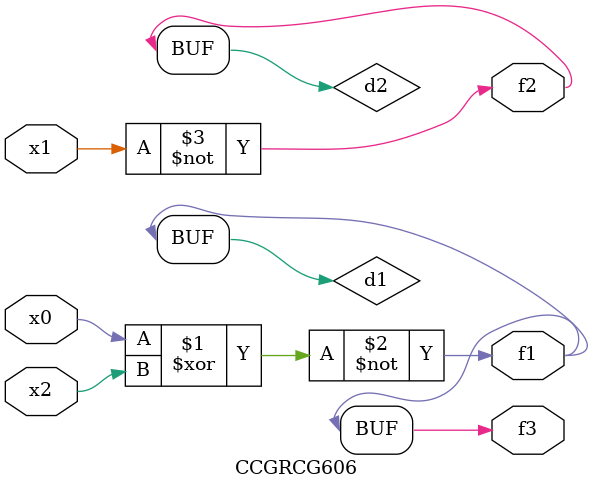
<source format=v>
module CCGRCG606(
	input x0, x1, x2,
	output f1, f2, f3
);

	wire d1, d2, d3;

	xnor (d1, x0, x2);
	nand (d2, x1);
	nor (d3, x1, x2);
	assign f1 = d1;
	assign f2 = d2;
	assign f3 = d1;
endmodule

</source>
